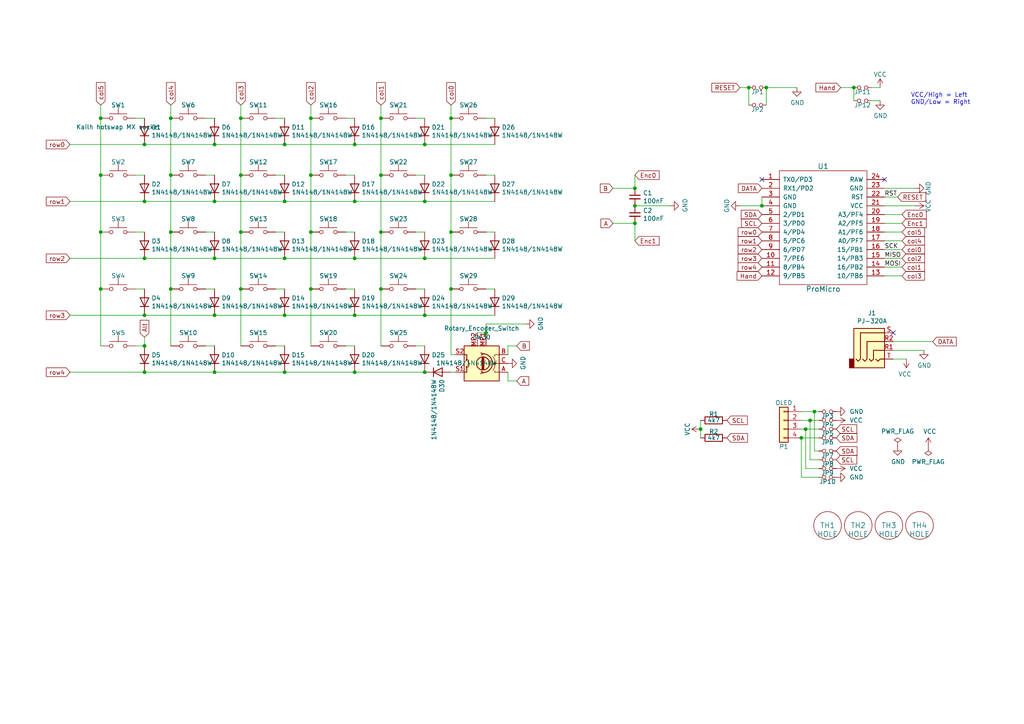
<source format=kicad_sch>
(kicad_sch (version 20231120) (generator "eeschema") (generator_version "8.0")
  (paper "A4")
  (lib_symbols
    (symbol "Connector:AudioJack4"
      (property "Reference" "J" (at 0 8.89 0))
      (property "Value" "AudioJack4" (at 0 6.35 0))
      (symbol "AudioJack4_0_1"
        (rectangle (start -6.35 -5.08) (end -7.62 -7.62) (stroke (width 0.254)) (fill (type outline)))
        (polyline (pts (xy 0 -5.08) (xy 0.635 -5.715) (xy 1.27 -5.08) (xy 2.54 -5.08)) (stroke (width 0.254)))
        (polyline (pts (xy -5.715 -5.08) (xy -5.08 -5.715) (xy -4.445 -5.08) (xy -4.445 2.54) (xy 2.54 2.54)) (stroke (width 0.254)))
        (polyline (pts (xy -1.905 -5.08) (xy -1.27 -5.715) (xy -0.635 -5.08) (xy -0.635 -2.54) (xy 2.54 -2.54)) (stroke (width 0.254)))
        (polyline (pts (xy 2.54 0) (xy -2.54 0) (xy -2.54 -5.08) (xy -3.175 -5.715) (xy -3.81 -5.08)) (stroke (width 0.254)))
        (rectangle (start 2.54 3.81) (end -6.35 -7.62) (stroke (width 0.254)) (fill (type background)))
      )
      (symbol "AudioJack4_1_1"
        (pin passive line (at 5.08 -2.54 180) (length 2.54) (name "~") (number "R1"))
        (pin passive line (at 5.08 0 180) (length 2.54) (name "~") (number "R2"))
        (pin passive line (at 5.08 2.54 180) (length 2.54) (name "~") (number "S"))
        (pin passive line (at 5.08 -5.08 180) (length 2.54) (name "~") (number "T"))
      )
    )
    (symbol "Connector_Generic:Conn_01x04" (pin_names (offset 1.016) hide)
      (property "Reference" "J" (at 0 5.08 0))
      (property "Value" "Conn_01x04" (at 0 -7.62 0))
      (symbol "Conn_01x04_1_1"
        (rectangle (start -1.27 -4.953) (end 0 -5.207) (stroke (width 0.1524)))
        (rectangle (start -1.27 -2.413) (end 0 -2.667) (stroke (width 0.1524)))
        (rectangle (start -1.27 0.127) (end 0 -0.127) (stroke (width 0.1524)))
        (rectangle (start -1.27 2.667) (end 0 2.413) (stroke (width 0.1524)))
        (rectangle (start -1.27 3.81) (end 1.27 -6.35) (stroke (width 0.254)) (fill (type background)))
        (pin passive line (at -5.08 2.54 0) (length 3.81) (name "Pin_1") (number "1"))
        (pin passive line (at -5.08 0 0) (length 3.81) (name "Pin_2") (number "2"))
        (pin passive line (at -5.08 -2.54 0) (length 3.81) (name "Pin_3") (number "3"))
        (pin passive line (at -5.08 -5.08 0) (length 3.81) (name "Pin_4") (number "4"))
      )
    )
    (symbol "Device:C_Small" (pin_numbers hide) (pin_names (offset 0.254) hide)
      (property "Reference" "C" (at 0.254 1.778 0))
      (property "Value" "C_Small" (at 0.254 -2.032 0))
      (symbol "C_Small_0_1"
        (polyline (pts (xy -1.524 -0.508) (xy 1.524 -0.508)) (stroke (width 0.3302)))
        (polyline (pts (xy -1.524 0.508) (xy 1.524 0.508)) (stroke (width 0.3048)))
      )
      (symbol "C_Small_1_1"
        (pin passive line (at 0 2.54 270) (length 2.032) (name "~") (number "1"))
        (pin passive line (at 0 -2.54 90) (length 2.032) (name "~") (number "2"))
      )
    )
    (symbol "Device:D" (pin_numbers hide) (pin_names (offset 1.016) hide)
      (property "Reference" "D" (at 0 2.54 0))
      (property "Value" "D" (at 0 -2.54 0))
      (symbol "D_0_1"
        (polyline (pts (xy -1.27 1.27) (xy -1.27 -1.27)) (stroke (width 0.254)))
        (polyline (pts (xy 1.27 0) (xy -1.27 0)))
        (polyline (pts (xy 1.27 1.27) (xy 1.27 -1.27) (xy -1.27 0) (xy 1.27 1.27)) (stroke (width 0.254)))
      )
      (symbol "D_1_1"
        (pin passive line (at -3.81 0 0) (length 2.54) (name "K") (number "1"))
        (pin passive line (at 3.81 0 180) (length 2.54) (name "A") (number "2"))
      )
    )
    (symbol "Device:Jumper_NO_Small" (pin_numbers hide) (pin_names (offset 0.762) hide)
      (property "Reference" "JP" (at 0 2.032 0))
      (property "Value" "Jumper_NO_Small" (at 0.254 -1.524 0))
      (symbol "Jumper_NO_Small_0_1"
        (circle (center -1.016 0) (radius 0.508))
        (circle (center 1.016 0) (radius 0.508))
        (pin passive line (at -2.54 0 0) (length 1.016) (name "1") (number "1"))
        (pin passive line (at 2.54 0 180) (length 1.016) (name "2") (number "2"))
      )
    )
    (symbol "Device:R" (pin_numbers hide) (pin_names (offset 0))
      (property "Reference" "R" (at 2.032 0 90))
      (property "Value" "R" (at 0 0 90))
      (symbol "R_0_1"
        (rectangle (start -1.016 -2.54) (end 1.016 2.54) (stroke (width 0.254)))
      )
      (symbol "R_1_1"
        (pin passive line (at 0 3.81 270) (length 1.27) (name "~") (number "1"))
        (pin passive line (at 0 -3.81 90) (length 1.27) (name "~") (number "2"))
      )
    )
    (symbol "Keyboard_Library:Rotary_Encoder_Switch_GND" (pin_names (offset 0.254) hide)
      (property "Reference" "SW" (at 0 6.604 0))
      (property "Value" "Rotary_Encoder_Switch_GND" (at 0 8.89 0))
      (symbol "Rotary_Encoder_Switch_GND_0_1"
        (rectangle (start -5.08 5.08) (end 5.08 -5.08) (stroke (width 0.254)) (fill (type background)))
        (circle (center -3.81 0) (radius 0.254) (fill (type outline)))
        (circle (center -0.381 0) (radius 1.905) (stroke (width 0.254)))
        (arc (start -0.381 2.667) (mid -3.0988 -0.0635) (end -0.381 -2.794) (stroke (width 0.254)))
        (polyline (pts (xy -0.635 -1.778) (xy -0.635 1.778)) (stroke (width 0.254)))
        (polyline (pts (xy -0.381 -1.778) (xy -0.381 1.778)) (stroke (width 0.254)))
        (polyline (pts (xy -0.127 1.778) (xy -0.127 -1.778)) (stroke (width 0.254)))
        (polyline (pts (xy 3.81 0) (xy 3.429 0)) (stroke (width 0.254)))
        (polyline (pts (xy 3.81 1.016) (xy 3.81 -1.016)) (stroke (width 0.254)))
        (polyline (pts (xy -5.08 -2.54) (xy -3.81 -2.54) (xy -3.81 -2.032)))
        (polyline (pts (xy -5.08 2.54) (xy -3.81 2.54) (xy -3.81 2.032)))
        (polyline (pts (xy 0.254 -3.048) (xy -0.508 -2.794) (xy 0.127 -2.413)) (stroke (width 0.254)))
        (polyline (pts (xy 0.254 2.921) (xy -0.508 2.667) (xy 0.127 2.286)) (stroke (width 0.254)))
        (polyline (pts (xy 5.08 -2.54) (xy 4.318 -2.54) (xy 4.318 -1.016)) (stroke (width 0.254)))
        (polyline (pts (xy 5.08 2.54) (xy 4.318 2.54) (xy 4.318 1.016)) (stroke (width 0.254)))
        (polyline (pts (xy -5.08 0) (xy -3.81 0) (xy -3.81 -1.016) (xy -3.302 -2.032)))
        (polyline (pts (xy -4.318 0) (xy -3.81 0) (xy -3.81 1.016) (xy -3.302 2.032)))
        (circle (center 4.318 -1.016) (radius 0.127) (stroke (width 0.254)))
        (circle (center 4.318 1.016) (radius 0.127) (stroke (width 0.254)))
      )
      (symbol "Rotary_Encoder_Switch_GND_1_1"
        (pin passive line (at -7.62 2.54 0) (length 2.54) (name "A") (number "A"))
        (pin passive line (at -7.62 -2.54 0) (length 2.54) (name "B") (number "B"))
        (pin passive line (at -7.62 0 0) (length 2.54) (name "C") (number "C"))
        (pin power_in line (at -1.27 -8.89 90) (length 3.7084) (name "GND") (number "MP1"))
        (pin power_in line (at 1.27 -8.89 90) (length 3.7592) (name "GND") (number "MP2"))
        (pin passive line (at 7.62 2.54 180) (length 2.54) (name "S1") (number "S1"))
        (pin passive line (at 7.62 -2.54 180) (length 2.54) (name "S2") (number "S2"))
      )
    )
    (symbol "Switch:SW_Push" (pin_numbers hide) (pin_names (offset 1.016) hide)
      (property "Reference" "SW" (at 1.27 2.54 0))
      (property "Value" "SW_Push" (at 0 -1.524 0))
      (symbol "SW_Push_0_1"
        (circle (center -2.032 0) (radius 0.508))
        (polyline (pts (xy 0 1.27) (xy 0 3.048)))
        (polyline (pts (xy 2.54 1.27) (xy -2.54 1.27)))
        (circle (center 2.032 0) (radius 0.508))
        (pin passive line (at -5.08 0 0) (length 2.54) (name "1") (number "1"))
        (pin passive line (at 5.08 0 180) (length 2.54) (name "2") (number "2"))
      )
    )
    (symbol "keebio:Hole" (pin_names (offset 1.016))
      (property "Reference" "H" (at 0 -1.27 0))
      (property "Value" "Hole" (at 0 1.27 0))
      (symbol "Hole_0_1"
        (circle (center 0 0) (radius 4.0132))
      )
    )
    (symbol "keebio:ProMicro" (pin_names (offset 1.016))
      (property "Reference" "U" (at 0 0 0))
      (property "Value" "ProMicro" (at 0 -19.05 0))
      (symbol "ProMicro_0_1"
        (rectangle (start -12.7 -16.51) (end 12.7 16.51))
      )
      (symbol "ProMicro_1_1"
        (pin input line (at -17.78 13.97 0) (length 5.08) (name "TX0/PD3") (number "1"))
        (pin input line (at -17.78 -8.89 0) (length 5.08) (name "7/PE6") (number "10"))
        (pin input line (at -17.78 -11.43 0) (length 5.08) (name "8/PB4") (number "11"))
        (pin input line (at -17.78 -13.97 0) (length 5.08) (name "9/PB5") (number "12"))
        (pin input line (at 17.78 -13.97 180) (length 5.08) (name "10/PB6") (number "13"))
        (pin input line (at 17.78 -11.43 180) (length 5.08) (name "16/PB2") (number "14"))
        (pin input line (at 17.78 -8.89 180) (length 5.08) (name "14/PB3") (number "15"))
        (pin input line (at 17.78 -6.35 180) (length 5.08) (name "15/PB1") (number "16"))
        (pin input line (at 17.78 -3.81 180) (length 5.08) (name "A0/PF7") (number "17"))
        (pin input line (at 17.78 -1.27 180) (length 5.08) (name "A1/PF6") (number "18"))
        (pin input line (at 17.78 1.27 180) (length 5.08) (name "A2/PF5") (number "19"))
        (pin input line (at -17.78 11.43 0) (length 5.08) (name "RX1/PD2") (number "2"))
        (pin input line (at 17.78 3.81 180) (length 5.08) (name "A3/PF4") (number "20"))
        (pin input line (at 17.78 6.35 180) (length 5.08) (name "VCC") (number "21"))
        (pin input line (at 17.78 8.89 180) (length 5.08) (name "RST") (number "22"))
        (pin input line (at 17.78 11.43 180) (length 5.08) (name "GND") (number "23"))
        (pin input line (at 17.78 13.97 180) (length 5.08) (name "RAW") (number "24"))
        (pin input line (at -17.78 8.89 0) (length 5.08) (name "GND") (number "3"))
        (pin input line (at -17.78 6.35 0) (length 5.08) (name "GND") (number "4"))
        (pin input line (at -17.78 3.81 0) (length 5.08) (name "2/PD1") (number "5"))
        (pin input line (at -17.78 1.27 0) (length 5.08) (name "3/PD0") (number "6"))
        (pin input line (at -17.78 -1.27 0) (length 5.08) (name "4/PD4") (number "7"))
        (pin input line (at -17.78 -3.81 0) (length 5.08) (name "5/PC6") (number "8"))
        (pin input line (at -17.78 -6.35 0) (length 5.08) (name "6/PD7") (number "9"))
      )
    )
    (symbol "power:GND" (power) (pin_names (offset 0))
      (property "Value" "GND" (at 0 -3.81 0))
      (symbol "GND_0_1"
        (polyline (pts (xy 0 0) (xy 0 -1.27) (xy 1.27 -1.27) (xy 0 -2.54) (xy -1.27 -1.27) (xy 0 -1.27)))
      )
      (symbol "GND_1_1"
        (pin power_in line (at 0 0 270) (length 0) hide (name "GND") (number "1"))
      )
    )
    (symbol "power:PWR_FLAG" (power) (pin_numbers hide) (pin_names (offset 0) hide)
      (property "Value" "PWR_FLAG" (at 0 3.81 0))
      (symbol "PWR_FLAG_0_0"
        (pin power_out line (at 0 0 90) (length 0) (name "pwr") (number "1"))
      )
      (symbol "PWR_FLAG_0_1"
        (polyline (pts (xy 0 0) (xy 0 1.27) (xy -1.016 1.905) (xy 0 2.54) (xy 1.016 1.905) (xy 0 1.27)))
      )
    )
    (symbol "power:VCC" (power) (pin_names (offset 0))
      (property "Value" "VCC" (at 0 3.81 0))
      (symbol "VCC_0_1"
        (polyline (pts (xy -0.762 1.27) (xy 0 2.54)))
        (polyline (pts (xy 0 0) (xy 0 2.54)))
        (polyline (pts (xy 0 2.54) (xy 0.762 1.27)))
      )
      (symbol "VCC_1_1"
        (pin power_in line (at 0 0 90) (length 0) hide (name "VCC") (number "1"))
      )
    )
  )
  (junction (at 236.22 119.38))
  (junction (at 29.21 34.29))
  (junction (at 62.23 41.91))
  (junction (at 41.91 74.93))
  (junction (at 90.17 34.29))
  (junction (at 123.19 58.42))
  (junction (at 110.49 50.8))
  (junction (at 102.87 74.93))
  (junction (at 49.53 34.29))
  (junction (at 62.23 91.44))
  (junction (at 123.19 74.93))
  (junction (at 41.91 107.95))
  (junction (at 184.15 54.61))
  (junction (at 123.19 91.44))
  (junction (at 90.17 83.82))
  (junction (at 102.87 41.91))
  (junction (at 184.15 64.77))
  (junction (at 49.53 50.8))
  (junction (at 82.55 74.93))
  (junction (at 41.91 58.42))
  (junction (at 110.49 83.82))
  (junction (at 29.21 67.31))
  (junction (at 234.95 121.92))
  (junction (at 220.98 59.69))
  (junction (at 62.23 74.93))
  (junction (at 90.17 67.31))
  (junction (at 29.21 83.82))
  (junction (at 49.53 67.31))
  (junction (at 217.17 25.4))
  (junction (at 110.49 34.29))
  (junction (at 130.81 50.8))
  (junction (at 123.19 107.95))
  (junction (at 130.81 83.82))
  (junction (at 102.87 58.42))
  (junction (at 41.91 41.91))
  (junction (at 90.17 50.8))
  (junction (at 102.87 107.95))
  (junction (at 184.15 59.69))
  (junction (at 62.23 58.42))
  (junction (at 49.53 83.82))
  (junction (at 41.91 100.33))
  (junction (at 130.81 67.31))
  (junction (at 69.85 83.82))
  (junction (at 62.23 107.95))
  (junction (at 222.25 25.4))
  (junction (at 82.55 91.44))
  (junction (at 130.81 34.29))
  (junction (at 140.97 96.52))
  (junction (at 82.55 58.42))
  (junction (at 41.91 91.44))
  (junction (at 233.68 124.46))
  (junction (at 69.85 67.31))
  (junction (at 123.19 41.91))
  (junction (at 102.87 91.44))
  (junction (at 232.41 127))
  (junction (at 247.65 25.4))
  (junction (at 82.55 107.95))
  (junction (at 110.49 67.31))
  (junction (at 82.55 41.91))
  (junction (at 69.85 50.8))
  (junction (at 29.21 50.8))
  (junction (at 203.2 124.46))
  (junction (at 69.85 34.29))
  (no_connect (at 259.08 96.52))
  (no_connect (at 256.54 52.07))
  (no_connect (at 220.98 52.07))
  (wire (pts (xy 214.63 25.4) (xy 217.17 25.4)))
  (wire (pts (xy 132.08 107.95) (xy 130.81 107.95)))
  (wire (pts (xy 140.97 67.31) (xy 143.51 67.31)))
  (wire (pts (xy 41.91 41.91) (xy 62.23 41.91)))
  (wire (pts (xy 130.81 102.87) (xy 132.08 102.87)))
  (wire (pts (xy 147.32 110.49) (xy 147.32 107.95)))
  (wire (pts (xy 41.91 97.79) (xy 41.91 100.33)))
  (wire (pts (xy 256.54 67.31) (xy 261.62 67.31)))
  (wire (pts (xy 102.87 58.42) (xy 123.19 58.42)))
  (wire (pts (xy 29.21 30.48) (xy 29.21 34.29)))
  (wire (pts (xy 62.23 100.33) (xy 59.69 100.33)))
  (wire (pts (xy 49.53 67.31) (xy 49.53 83.82)))
  (wire (pts (xy 232.41 127) (xy 232.41 138.43)))
  (wire (pts (xy 82.55 58.42) (xy 102.87 58.42)))
  (wire (pts (xy 220.98 57.15) (xy 220.98 59.69)))
  (wire (pts (xy 237.49 135.89) (xy 233.68 135.89)))
  (wire (pts (xy 234.95 133.35) (xy 237.49 133.35)))
  (wire (pts (xy 231.14 25.4) (xy 222.25 25.4)))
  (wire (pts (xy 82.55 83.82) (xy 80.01 83.82)))
  (wire (pts (xy 232.41 119.38) (xy 236.22 119.38)))
  (wire (pts (xy 29.21 50.8) (xy 29.21 67.31)))
  (wire (pts (xy 123.19 83.82) (xy 120.65 83.82)))
  (wire (pts (xy 140.97 93.98) (xy 140.97 96.52)))
  (wire (pts (xy 29.21 34.29) (xy 29.21 50.8)))
  (wire (pts (xy 256.54 74.93) (xy 261.62 74.93)))
  (wire (pts (xy 20.32 107.95) (xy 41.91 107.95)))
  (wire (pts (xy 82.55 41.91) (xy 102.87 41.91)))
  (wire (pts (xy 130.81 30.48) (xy 130.81 34.29)))
  (wire (pts (xy 236.22 119.38) (xy 236.22 130.81)))
  (wire (pts (xy 123.19 50.8) (xy 120.65 50.8)))
  (wire (pts (xy 62.23 58.42) (xy 82.55 58.42)))
  (wire (pts (xy 177.8 54.61) (xy 184.15 54.61)))
  (wire (pts (xy 102.87 67.31) (xy 100.33 67.31)))
  (wire (pts (xy 69.85 30.48) (xy 69.85 34.29)))
  (wire (pts (xy 252.73 25.4) (xy 255.27 25.4)))
  (wire (pts (xy 123.19 58.42) (xy 143.51 58.42)))
  (wire (pts (xy 237.49 121.92) (xy 234.95 121.92)))
  (wire (pts (xy 256.54 77.47) (xy 261.62 77.47)))
  (wire (pts (xy 256.54 64.77) (xy 261.62 64.77)))
  (wire (pts (xy 49.53 83.82) (xy 49.53 100.33)))
  (wire (pts (xy 29.21 67.31) (xy 29.21 83.82)))
  (wire (pts (xy 222.25 25.4) (xy 222.25 30.48)))
  (wire (pts (xy 59.69 34.29) (xy 62.23 34.29)))
  (wire (pts (xy 41.91 83.82) (xy 39.37 83.82)))
  (wire (pts (xy 203.2 121.92) (xy 203.2 124.46)))
  (wire (pts (xy 90.17 83.82) (xy 90.17 100.33)))
  (wire (pts (xy 69.85 50.8) (xy 69.85 67.31)))
  (wire (pts (xy 147.32 100.33) (xy 147.32 102.87)))
  (wire (pts (xy 259.08 101.6) (xy 267.97 101.6)))
  (wire (pts (xy 69.85 67.31) (xy 69.85 83.82)))
  (wire (pts (xy 102.87 100.33) (xy 100.33 100.33)))
  (wire (pts (xy 41.91 34.29) (xy 39.37 34.29)))
  (wire (pts (xy 20.32 58.42) (xy 41.91 58.42)))
  (wire (pts (xy 123.19 67.31) (xy 120.65 67.31)))
  (wire (pts (xy 256.54 72.39) (xy 261.62 72.39)))
  (wire (pts (xy 140.97 83.82) (xy 143.51 83.82)))
  (wire (pts (xy 41.91 74.93) (xy 62.23 74.93)))
  (wire (pts (xy 255.27 29.21) (xy 252.73 29.21)))
  (wire (pts (xy 110.49 30.48) (xy 110.49 34.29)))
  (wire (pts (xy 80.01 50.8) (xy 82.55 50.8)))
  (wire (pts (xy 41.91 107.95) (xy 62.23 107.95)))
  (wire (pts (xy 232.41 124.46) (xy 233.68 124.46)))
  (wire (pts (xy 49.53 30.48) (xy 49.53 34.29)))
  (wire (pts (xy 130.81 67.31) (xy 130.81 83.82)))
  (wire (pts (xy 232.41 127) (xy 237.49 127)))
  (wire (pts (xy 41.91 50.8) (xy 39.37 50.8)))
  (wire (pts (xy 90.17 34.29) (xy 90.17 50.8)))
  (wire (pts (xy 234.95 121.92) (xy 234.95 133.35)))
  (wire (pts (xy 82.55 91.44) (xy 102.87 91.44)))
  (wire (pts (xy 256.54 57.15) (xy 260.35 57.15)))
  (wire (pts (xy 184.15 69.85) (xy 184.15 64.77)))
  (wire (pts (xy 100.33 83.82) (xy 102.87 83.82)))
  (wire (pts (xy 62.23 83.82) (xy 59.69 83.82)))
  (wire (pts (xy 152.4 93.98) (xy 140.97 93.98)))
  (wire (pts (xy 243.84 25.4) (xy 247.65 25.4)))
  (wire (pts (xy 110.49 34.29) (xy 110.49 50.8)))
  (wire (pts (xy 123.19 100.33) (xy 120.65 100.33)))
  (wire (pts (xy 90.17 50.8) (xy 90.17 67.31)))
  (wire (pts (xy 102.87 50.8) (xy 100.33 50.8)))
  (wire (pts (xy 62.23 50.8) (xy 59.69 50.8)))
  (wire (pts (xy 49.53 34.29) (xy 49.53 50.8)))
  (wire (pts (xy 256.54 80.01) (xy 261.62 80.01)))
  (wire (pts (xy 110.49 83.82) (xy 110.49 100.33)))
  (wire (pts (xy 41.91 58.42) (xy 62.23 58.42)))
  (wire (pts (xy 39.37 100.33) (xy 41.91 100.33)))
  (wire (pts (xy 62.23 74.93) (xy 82.55 74.93)))
  (wire (pts (xy 82.55 74.93) (xy 102.87 74.93)))
  (wire (pts (xy 82.55 100.33) (xy 80.01 100.33)))
  (wire (pts (xy 62.23 41.91) (xy 82.55 41.91)))
  (wire (pts (xy 102.87 74.93) (xy 123.19 74.93)))
  (wire (pts (xy 69.85 83.82) (xy 69.85 100.33)))
  (wire (pts (xy 177.8 64.77) (xy 184.15 64.77)))
  (wire (pts (xy 149.86 110.49) (xy 147.32 110.49)))
  (wire (pts (xy 130.81 83.82) (xy 130.81 102.87)))
  (wire (pts (xy 256.54 59.69) (xy 265.43 59.69)))
  (wire (pts (xy 123.19 41.91) (xy 143.51 41.91)))
  (wire (pts (xy 80.01 67.31) (xy 82.55 67.31)))
  (wire (pts (xy 123.19 74.93) (xy 143.51 74.93)))
  (wire (pts (xy 217.17 25.4) (xy 217.17 30.48)))
  (wire (pts (xy 203.2 124.46) (xy 203.2 127)))
  (wire (pts (xy 82.55 107.95) (xy 102.87 107.95)))
  (wire (pts (xy 102.87 107.95) (xy 123.19 107.95)))
  (wire (pts (xy 184.15 59.69) (xy 194.31 59.69)))
  (wire (pts (xy 102.87 91.44) (xy 123.19 91.44)))
  (wire (pts (xy 102.87 41.91) (xy 123.19 41.91)))
  (wire (pts (xy 29.21 83.82) (xy 29.21 100.33)))
  (wire (pts (xy 110.49 67.31) (xy 110.49 83.82)))
  (wire (pts (xy 247.65 29.21) (xy 247.65 25.4)))
  (wire (pts (xy 59.69 67.31) (xy 62.23 67.31)))
  (wire (pts (xy 69.85 34.29) (xy 69.85 50.8)))
  (wire (pts (xy 130.81 34.29) (xy 130.81 50.8)))
  (wire (pts (xy 233.68 124.46) (xy 237.49 124.46)))
  (wire (pts (xy 143.51 50.8) (xy 140.97 50.8)))
  (wire (pts (xy 232.41 121.92) (xy 234.95 121.92)))
  (wire (pts (xy 149.86 100.33) (xy 147.32 100.33)))
  (wire (pts (xy 62.23 107.95) (xy 82.55 107.95)))
  (wire (pts (xy 20.32 91.44) (xy 41.91 91.44)))
  (wire (pts (xy 20.32 74.93) (xy 41.91 74.93)))
  (wire (pts (xy 237.49 119.38) (xy 236.22 119.38)))
  (wire (pts (xy 256.54 62.23) (xy 261.62 62.23)))
  (wire (pts (xy 80.01 34.29) (xy 82.55 34.29)))
  (wire (pts (xy 130.81 50.8) (xy 130.81 67.31)))
  (wire (pts (xy 49.53 50.8) (xy 49.53 67.31)))
  (wire (pts (xy 100.33 34.29) (xy 102.87 34.29)))
  (wire (pts (xy 90.17 30.48) (xy 90.17 34.29)))
  (wire (pts (xy 256.54 54.61) (xy 265.43 54.61)))
  (wire (pts (xy 110.49 50.8) (xy 110.49 67.31)))
  (wire (pts (xy 232.41 138.43) (xy 237.49 138.43)))
  (wire (pts (xy 140.97 34.29) (xy 143.51 34.29)))
  (wire (pts (xy 123.19 91.44) (xy 143.51 91.44)))
  (wire (pts (xy 138.43 96.52) (xy 140.97 96.52)))
  (wire (pts (xy 20.32 41.91) (xy 41.91 41.91)))
  (wire (pts (xy 220.98 59.69) (xy 214.63 59.69)))
  (wire (pts (xy 41.91 91.44) (xy 62.23 91.44)))
  (wire (pts (xy 259.08 104.14) (xy 262.89 104.14)))
  (wire (pts (xy 123.19 34.29) (xy 120.65 34.29)))
  (wire (pts (xy 259.08 99.06) (xy 270.51 99.06)))
  (wire (pts (xy 39.37 67.31) (xy 41.91 67.31)))
  (wire (pts (xy 90.17 67.31) (xy 90.17 83.82)))
  (wire (pts (xy 62.23 91.44) (xy 82.55 91.44)))
  (wire (pts (xy 256.54 69.85) (xy 261.62 69.85)))
  (wire (pts (xy 233.68 135.89) (xy 233.68 124.46)))
  (wire (pts (xy 184.15 54.61) (xy 184.15 50.8)))
  (wire (pts (xy 237.49 130.81) (xy 236.22 130.81)))
  (text "VCC/High = Left\nGND/Low = Right" (at 264.16 30.48 0) (effects (font (size 1.27 1.27)) (justify left bottom)))
  (label "SCK" (at 256.54 72.39 0))
  (label "RST" (at 256.54 57.15 0))
  (label "MISO" (at 256.54 74.93 0))
  (label "MOSI" (at 256.54 77.47 0))
  (global_label "DATA" (shape input) (at 270.51 99.06 0) (property "Intersheetrefs" "${INTERSHEET_REFS}" (effects (hide yes))))
  (global_label "row4" (shape input) (at 20.32 107.95 180) (property "Intersheetrefs" "${INTERSHEET_REFS}" (effects (hide yes))))
  (global_label "Enc1" (shape input) (at 261.62 64.77 0) (property "Intersheetrefs" "${INTERSHEET_REFS}" (effects (hide yes))))
  (global_label "RESET" (shape input) (at 214.63 25.4 180) (property "Intersheetrefs" "${INTERSHEET_REFS}" (effects (hide yes))))
  (global_label "col5" (shape input) (at 29.21 30.48 90) (property "Intersheetrefs" "${INTERSHEET_REFS}" (effects (hide yes))))
  (global_label "Enc0" (shape input) (at 261.62 62.23 0) (property "Intersheetrefs" "${INTERSHEET_REFS}" (effects (hide yes))))
  (global_label "RESET" (shape input) (at 260.35 57.15 0) (property "Intersheetrefs" "${INTERSHEET_REFS}" (effects (hide yes))))
  (global_label "row4" (shape input) (at 220.98 77.47 180) (property "Intersheetrefs" "${INTERSHEET_REFS}" (effects (hide yes))))
  (global_label "SDA" (shape input) (at 220.98 62.23 180) (property "Intersheetrefs" "${INTERSHEET_REFS}" (effects (hide yes))))
  (global_label "col5" (shape input) (at 261.62 67.31 0) (property "Intersheetrefs" "${INTERSHEET_REFS}" (effects (hide yes))))
  (global_label "row3" (shape input) (at 20.32 91.44 180) (property "Intersheetrefs" "${INTERSHEET_REFS}" (effects (hide yes))))
  (global_label "row3" (shape input) (at 220.98 74.93 180) (property "Intersheetrefs" "${INTERSHEET_REFS}" (effects (hide yes))))
  (global_label "col1" (shape input) (at 261.62 77.47 0) (property "Intersheetrefs" "${INTERSHEET_REFS}" (effects (hide yes))))
  (global_label "Alt" (shape input) (at 41.91 97.79 90) (property "Intersheetrefs" "${INTERSHEET_REFS}" (effects (hide yes))))
  (global_label "row0" (shape input) (at 20.32 41.91 180) (property "Intersheetrefs" "${INTERSHEET_REFS}" (effects (hide yes))))
  (global_label "A" (shape input) (at 149.86 110.49 0) (property "Intersheetrefs" "${INTERSHEET_REFS}" (effects (hide yes))))
  (global_label "B" (shape input) (at 177.8 54.61 180) (property "Intersheetrefs" "${INTERSHEET_REFS}" (effects (hide yes))))
  (global_label "col2" (shape input) (at 261.62 74.93 0) (property "Intersheetrefs" "${INTERSHEET_REFS}" (effects (hide yes))))
  (global_label "A" (shape input) (at 177.8 64.77 180) (property "Intersheetrefs" "${INTERSHEET_REFS}" (effects (hide yes))))
  (global_label "Enc1" (shape input) (at 184.15 69.85 0) (property "Intersheetrefs" "${INTERSHEET_REFS}" (effects (hide yes))))
  (global_label "SCL" (shape input) (at 210.82 121.92 0) (property "Intersheetrefs" "${INTERSHEET_REFS}" (effects (hide yes))))
  (global_label "col0" (shape input) (at 261.62 72.39 0) (property "Intersheetrefs" "${INTERSHEET_REFS}" (effects (hide yes))))
  (global_label "B" (shape input) (at 149.86 100.33 0) (property "Intersheetrefs" "${INTERSHEET_REFS}" (effects (hide yes))))
  (global_label "Enc0" (shape input) (at 184.15 50.8 0) (property "Intersheetrefs" "${INTERSHEET_REFS}" (effects (hide yes))))
  (global_label "SCL" (shape input) (at 220.98 64.77 180) (property "Intersheetrefs" "${INTERSHEET_REFS}" (effects (hide yes))))
  (global_label "DATA" (shape input) (at 220.98 54.61 180) (property "Intersheetrefs" "${INTERSHEET_REFS}" (effects (hide yes))))
  (global_label "SCL" (shape input) (at 242.57 133.35 0) (property "Intersheetrefs" "${INTERSHEET_REFS}" (effects (hide yes))))
  (global_label "row1" (shape input) (at 20.32 58.42 180) (property "Intersheetrefs" "${INTERSHEET_REFS}" (effects (hide yes))))
  (global_label "col3" (shape input) (at 261.62 80.01 0) (property "Intersheetrefs" "${INTERSHEET_REFS}" (effects (hide yes))))
  (global_label "Hand" (shape input) (at 220.98 80.01 180) (property "Intersheetrefs" "${INTERSHEET_REFS}" (effects (hide yes))))
  (global_label "col4" (shape input) (at 261.62 69.85 0) (property "Intersheetrefs" "${INTERSHEET_REFS}" (effects (hide yes))))
  (global_label "row2" (shape input) (at 20.32 74.93 180) (property "Intersheetrefs" "${INTERSHEET_REFS}" (effects (hide yes))))
  (global_label "row1" (shape input) (at 220.98 69.85 180) (property "Intersheetrefs" "${INTERSHEET_REFS}" (effects (hide yes))))
  (global_label "Hand" (shape input) (at 243.84 25.4 180) (property "Intersheetrefs" "${INTERSHEET_REFS}" (effects (hide yes))))
  (global_label "SDA" (shape input) (at 242.57 127 0) (property "Intersheetrefs" "${INTERSHEET_REFS}" (effects (hide yes))))
  (global_label "SCL" (shape input) (at 242.57 124.46 0) (property "Intersheetrefs" "${INTERSHEET_REFS}" (effects (hide yes))))
  (global_label "SDA" (shape input) (at 242.57 130.81 0) (property "Intersheetrefs" "${INTERSHEET_REFS}" (effects (hide yes))))
  (global_label "col1" (shape input) (at 110.49 30.48 90) (property "Intersheetrefs" "${INTERSHEET_REFS}" (effects (hide yes))))
  (global_label "col4" (shape input) (at 49.53 30.48 90) (property "Intersheetrefs" "${INTERSHEET_REFS}" (effects (hide yes))))
  (global_label "row0" (shape input) (at 220.98 67.31 180) (property "Intersheetrefs" "${INTERSHEET_REFS}" (effects (hide yes))))
  (global_label "col2" (shape input) (at 90.17 30.48 90) (property "Intersheetrefs" "${INTERSHEET_REFS}" (effects (hide yes))))
  (global_label "col3" (shape input) (at 69.85 30.48 90) (property "Intersheetrefs" "${INTERSHEET_REFS}" (effects (hide yes))))
  (global_label "row2" (shape input) (at 220.98 72.39 180) (property "Intersheetrefs" "${INTERSHEET_REFS}" (effects (hide yes))))
  (global_label "col0" (shape input) (at 130.81 30.48 90) (property "Intersheetrefs" "${INTERSHEET_REFS}" (effects (hide yes))))
  (global_label "SDA" (shape input) (at 210.82 127 0) (property "Intersheetrefs" "${INTERSHEET_REFS}" (effects (hide yes))))
  (symbol (lib_id "Device:C_Small") (at 184.15 57.15 0) (unit 1)
    (property "Reference" "C1" (at 186.4868 55.9816 0) (effects (justify left)))
    (property "Value" "100nF" (at 186.4868 58.293 0) (effects (justify left)))
    (property "Footprint" "lowProfile:RESISTOR" (effects (hide yes)))
  )
  (symbol (lib_id "Device:D") (at 41.91 71.12 90) (unit 1)
    (property "Reference" "D3" (at 43.9166 69.9516 90) (effects (justify right)))
    (property "Value" "1N4148/1N4148W" (at 43.9166 72.263 90) (effects (justify right)))
    (property "Footprint" "lowProfile:Diode_TH_SOD123" (effects (hide yes)))
  )
  (symbol (lib_id "Device:D") (at 62.23 104.14 90) (unit 1)
    (property "Reference" "D10" (at 64.2366 102.9716 90) (effects (justify right)))
    (property "Value" "1N4148/1N4148W" (at 64.2366 105.283 90) (effects (justify right)))
    (property "Footprint" "lowProfile:Diode_TH_SOD123" (effects (hide yes)))
  )
  (symbol (lib_id "Device:D") (at 82.55 104.14 90) (unit 1)
    (property "Reference" "D15" (at 84.5566 102.9716 90) (effects (justify right)))
    (property "Value" "1N4148/1N4148W" (at 84.5566 105.283 90) (effects (justify right)))
    (property "Footprint" "lowProfile:Diode_TH_SOD123" (effects (hide yes)))
  )
  (symbol (lib_id "Device:Jumper_NO_Small") (at 240.03 121.92 0) (unit 1)
    (property "Reference" "JP4" (at 240.03 123.19 0))
    (property "Value" "Jumper_NO_Small" (effects (hide yes)))
    (property "Footprint" "lowProfile:Jumper" (effects (hide yes)))
  )
  (symbol (lib_id "Switch:SW_Push") (at 95.25 100.33 0) (unit 1)
    (property "Reference" "SW20" (at 95.25 96.52 0))
    (property "Value" "Kailh hotswap MX socket" (effects (hide yes)))
    (property "Footprint" "lowProfile:Gateron_Low_Profile_Socket" (effects (hide yes)))
  )
  (symbol (lib_id "Device:D") (at 41.91 38.1 90) (unit 1)
    (property "Reference" "D1" (at 43.9166 36.9316 90) (effects (justify right)))
    (property "Value" "1N4148/1N4148W" (at 43.9166 39.243 90) (effects (justify right)))
    (property "Footprint" "lowProfile:Diode_TH_SOD123" (effects (hide yes)))
  )
  (symbol (lib_id "power:GND") (at 265.43 54.61 90) (unit 1)
    (property "Reference" "#PWR014" (effects (hide yes)))
    (property "Value" "GND" (at 269.24 54.61 0))
  )
  (symbol (lib_id "Device:D") (at 123.19 104.14 90) (unit 1)
    (property "Reference" "D25" (at 125.1966 102.9716 90) (effects (justify right)))
    (property "Value" "1N4148/1N4148W" (at 126.4666 105.283 90) (effects (justify right)))
    (property "Footprint" "lowProfile:Diode_TH_SOD123" (effects (hide yes)))
  )
  (symbol (lib_id "Switch:SW_Push") (at 115.57 100.33 0) (unit 1)
    (property "Reference" "SW25" (at 115.57 96.52 0))
    (property "Value" "Kailh hotswap MX socket" (effects (hide yes)))
    (property "Footprint" "lowProfile:Gateron_Low_Profile_Socket" (effects (hide yes)))
  )
  (symbol (lib_id "Switch:SW_Push") (at 74.93 83.82 0) (unit 1)
    (property "Reference" "SW14" (at 74.93 80.01 0))
    (property "Value" "Kailh hotswap MX socket" (effects (hide yes)))
    (property "Footprint" "lowProfile:Gateron_Low_Profile_Socket" (effects (hide yes)))
  )
  (symbol (lib_id "Device:D") (at 143.51 87.63 90) (unit 1)
    (property "Reference" "D29" (at 145.5166 86.4616 90) (effects (justify right)))
    (property "Value" "1N4148/1N4148W" (at 145.5166 88.773 90) (effects (justify right)))
    (property "Footprint" "lowProfile:Diode_TH_SOD123" (effects (hide yes)))
  )
  (symbol (lib_id "Switch:SW_Push") (at 135.89 83.82 0) (unit 1)
    (property "Reference" "SW29" (at 135.89 80.01 0))
    (property "Value" "Kailh hotswap MX socket" (effects (hide yes)))
    (property "Footprint" "lowProfile:Gateron_Low_Profile_Socket" (effects (hide yes)))
  )
  (symbol (lib_id "Device:D") (at 143.51 71.12 90) (unit 1)
    (property "Reference" "D28" (at 145.5166 69.9516 90) (effects (justify right)))
    (property "Value" "1N4148/1N4148W" (at 145.5166 72.263 90) (effects (justify right)))
    (property "Footprint" "lowProfile:Diode_TH_SOD123" (effects (hide yes)))
  )
  (symbol (lib_id "Device:D") (at 123.19 87.63 90) (unit 1)
    (property "Reference" "D24" (at 125.1966 86.4616 90) (effects (justify right)))
    (property "Value" "1N4148/1N4148W" (at 125.1966 88.773 90) (effects (justify right)))
    (property "Footprint" "lowProfile:Diode_TH_SOD123" (effects (hide yes)))
  )
  (symbol (lib_id "Device:D") (at 62.23 87.63 90) (unit 1)
    (property "Reference" "D9" (at 64.2366 86.4616 90) (effects (justify right)))
    (property "Value" "1N4148/1N4148W" (at 64.2366 88.773 90) (effects (justify right)))
    (property "Footprint" "lowProfile:Diode_TH_SOD123" (effects (hide yes)))
  )
  (symbol (lib_id "Switch:SW_Push") (at 54.61 34.29 0) (unit 1)
    (property "Reference" "SW6" (at 54.61 30.48 0))
    (property "Value" "Kailh hotswap MX socket" (effects (hide yes)))
    (property "Footprint" "lowProfile:Gateron_Low_Profile_Socket" (effects (hide yes)))
  )
  (symbol (lib_id "Device:Jumper_NO_Small") (at 240.03 133.35 0) (unit 1)
    (property "Reference" "JP8" (at 240.03 134.62 0))
    (property "Value" "Jumper_NO_Small" (effects (hide yes)))
    (property "Footprint" "lowProfile:Jumper" (effects (hide yes)))
  )
  (symbol (lib_id "Switch:SW_Push") (at 95.25 50.8 0) (unit 1)
    (property "Reference" "SW17" (at 95.25 46.99 0))
    (property "Value" "Kailh hotswap MX socket" (effects (hide yes)))
    (property "Footprint" "lowProfile:Gateron_Low_Profile_Socket" (effects (hide yes)))
  )
  (symbol (lib_id "power:VCC") (at 269.24 129.54 0) (unit 1)
    (property "Reference" "#PWR017" (effects (hide yes)))
    (property "Value" "VCC" (at 269.6718 125.1458 0))
  )
  (symbol (lib_id "Device:D") (at 102.87 54.61 90) (unit 1)
    (property "Reference" "D17" (at 104.8766 53.4416 90) (effects (justify right)))
    (property "Value" "1N4148/1N4148W" (at 104.8766 55.753 90) (effects (justify right)))
    (property "Footprint" "lowProfile:Diode_TH_SOD123" (effects (hide yes)))
  )
  (symbol (lib_id "Device:Jumper_NO_Small") (at 250.19 29.21 0) (unit 1)
    (property "Reference" "JP12" (at 250.19 30.48 0))
    (property "Value" "RIGHT" (effects (hide yes)))
    (property "Footprint" "lowProfile:Jumper" (effects (hide yes)))
  )
  (symbol (lib_id "power:VCC") (at 203.2 124.46 90) (unit 1)
    (property "Reference" "#PWR018" (effects (hide yes)))
    (property "Value" "VCC" (at 199.39 124.46 0))
  )
  (symbol (lib_id "Device:Jumper_NO_Small") (at 240.03 124.46 0) (unit 1)
    (property "Reference" "JP5" (at 240.03 125.73 0))
    (property "Value" "Jumper_NO_Small" (effects (hide yes)))
    (property "Footprint" "lowProfile:Jumper" (effects (hide yes)))
  )
  (symbol (lib_id "Keyboard_Library:Rotary_Encoder_Switch_GND") (at 139.7 105.41 180) (unit 1)
    (property "Reference" "SW30" (at 139.7 97.79 0))
    (property "Value" "Rotary_Encoder_Switch" (at 139.7 95.25 0))
    (property "Footprint" "lowProfile:RotaryEncoder_Alps_EC12E-Switch_Vertical_H20mm" (effects (hide yes)))
  )
  (symbol (lib_id "Device:D") (at 41.91 87.63 90) (unit 1)
    (property "Reference" "D4" (at 43.9166 86.4616 90) (effects (justify right)))
    (property "Value" "1N4148/1N4148W" (at 43.9166 88.773 90) (effects (justify right)))
    (property "Footprint" "lowProfile:Diode_TH_SOD123" (effects (hide yes)))
  )
  (symbol (lib_id "Device:Jumper_NO_Small") (at 240.03 130.81 0) (unit 1)
    (property "Reference" "JP7" (at 240.03 132.08 0))
    (property "Value" "Jumper_NO_Small" (effects (hide yes)))
    (property "Footprint" "lowProfile:Jumper" (effects (hide yes)))
  )
  (symbol (lib_id "power:VCC") (at 265.43 59.69 270) (unit 1)
    (property "Reference" "#PWR015" (effects (hide yes)))
    (property "Value" "VCC" (at 269.24 59.69 0))
  )
  (symbol (lib_id "Device:Jumper_NO_Small") (at 219.71 25.4 0) (unit 1)
    (property "Reference" "JP1" (at 219.71 26.67 0))
    (property "Value" "RESET" (effects (hide yes)))
    (property "Footprint" "lowProfile:Jumper" (effects (hide yes)))
  )
  (symbol (lib_id "Connector:AudioJack4") (at 254 99.06 0) (unit 1)
    (property "Reference" "J1" (at 252.9078 90.805 0))
    (property "Value" "PJ-320A" (at 252.9078 93.1164 0))
    (property "Footprint" "lowProfile:TRRS_JACK_MJ4PP9" (effects (hide yes)))
  )
  (symbol (lib_id "power:GND") (at 152.4 93.98 90) (unit 1)
    (property "Reference" "#PWR020" (effects (hide yes)))
    (property "Value" "GND" (at 156.7942 93.853 0))
  )
  (symbol (lib_id "Device:D") (at 123.19 54.61 90) (unit 1)
    (property "Reference" "D22" (at 125.1966 53.4416 90) (effects (justify right)))
    (property "Value" "1N4148/1N4148W" (at 125.1966 55.753 90) (effects (justify right)))
    (property "Footprint" "lowProfile:Diode_TH_SOD123" (effects (hide yes)))
  )
  (symbol (lib_id "Switch:SW_Push") (at 95.25 34.29 0) (unit 1)
    (property "Reference" "SW16" (at 95.25 30.48 0))
    (property "Value" "Kailh hotswap MX socket" (effects (hide yes)))
    (property "Footprint" "lowProfile:Gateron_Low_Profile_Socket" (effects (hide yes)))
  )
  (symbol (lib_id "Device:D") (at 41.91 54.61 90) (unit 1)
    (property "Reference" "D2" (at 43.9166 53.4416 90) (effects (justify right)))
    (property "Value" "1N4148/1N4148W" (at 43.9166 55.753 90) (effects (justify right)))
    (property "Footprint" "lowProfile:Diode_TH_SOD123" (effects (hide yes)))
  )
  (symbol (lib_id "Device:Jumper_NO_Small") (at 240.03 138.43 0) (unit 1)
    (property "Reference" "JP10" (at 240.03 139.7 0))
    (property "Value" "Jumper_NO_Small" (effects (hide yes)))
    (property "Footprint" "lowProfile:Jumper" (effects (hide yes)))
  )
  (symbol (lib_id "power:GND") (at 194.31 59.69 90) (unit 1)
    (property "Reference" "#PWR03" (effects (hide yes)))
    (property "Value" "GND" (at 198.7042 59.563 0))
  )
  (symbol (lib_id "Device:R") (at 207.01 127 90) (unit 1)
    (property "Reference" "R2" (at 207.01 124.46 90) (effects (justify bottom)))
    (property "Value" "4k7" (at 207.01 127 90))
    (property "Footprint" "Resistor_THT:R_Axial_DIN0207_L6.3mm_D2.5mm_P7.62mm_Horizontal" (effects (hide yes)))
  )
  (symbol (lib_id "Device:D") (at 82.55 87.63 90) (unit 1)
    (property "Reference" "D14" (at 84.5566 86.4616 90) (effects (justify right)))
    (property "Value" "1N4148/1N4148W" (at 84.5566 88.773 90) (effects (justify right)))
    (property "Footprint" "lowProfile:Diode_TH_SOD123" (effects (hide yes)))
  )
  (symbol (lib_id "Switch:SW_Push") (at 135.89 50.8 0) (unit 1)
    (property "Reference" "SW27" (at 135.89 46.99 0))
    (property "Value" "Kailh hotswap MX socket" (effects (hide yes)))
    (property "Footprint" "lowProfile:Gateron_Low_Profile_Socket" (effects (hide yes)))
  )
  (symbol (lib_id "Switch:SW_Push") (at 135.89 34.29 0) (unit 1)
    (property "Reference" "SW26" (at 135.89 30.48 0))
    (property "Value" "Kailh hotswap MX socket" (effects (hide yes)))
    (property "Footprint" "lowProfile:Gateron_Low_Profile_Socket" (effects (hide yes)))
  )
  (symbol (lib_id "Device:D") (at 82.55 71.12 90) (unit 1)
    (property "Reference" "D13" (at 84.5566 69.9516 90) (effects (justify right)))
    (property "Value" "1N4148/1N4148W" (at 84.5566 72.263 90) (effects (justify right)))
    (property "Footprint" "lowProfile:Diode_TH_SOD123" (effects (hide yes)))
  )
  (symbol (lib_id "power:GND") (at 260.35 129.54 0) (unit 1)
    (property "Reference" "#PWR012" (effects (hide yes)))
    (property "Value" "GND" (at 260.477 133.9342 0))
  )
  (symbol (lib_id "power:GND") (at 242.57 138.43 90) (unit 1)
    (property "Reference" "#PWR09" (effects (hide yes)))
    (property "Value" "GND" (at 246.38 138.43 90) (effects (justify right)))
  )
  (symbol (lib_id "Device:D") (at 123.19 71.12 90) (unit 1)
    (property "Reference" "D23" (at 125.1966 69.9516 90) (effects (justify right)))
    (property "Value" "1N4148/1N4148W" (at 125.1966 72.263 90) (effects (justify right)))
    (property "Footprint" "lowProfile:Diode_TH_SOD123" (effects (hide yes)))
  )
  (symbol (lib_id "Device:D") (at 62.23 71.12 90) (unit 1)
    (property "Reference" "D8" (at 64.2366 69.9516 90) (effects (justify right)))
    (property "Value" "1N4148/1N4148W" (at 64.2366 72.263 90) (effects (justify right)))
    (property "Footprint" "lowProfile:Diode_TH_SOD123" (effects (hide yes)))
  )
  (symbol (lib_id "Switch:SW_Push") (at 115.57 50.8 0) (unit 1)
    (property "Reference" "SW22" (at 115.57 46.99 0))
    (property "Value" "Kailh hotswap MX socket" (effects (hide yes)))
    (property "Footprint" "lowProfile:Gateron_Low_Profile_Socket" (effects (hide yes)))
  )
  (symbol (lib_id "power:GND") (at 242.57 119.38 90) (unit 1)
    (property "Reference" "#PWR06" (effects (hide yes)))
    (property "Value" "GND" (at 246.38 119.38 90) (effects (justify right)))
  )
  (symbol (lib_id "Switch:SW_Push") (at 34.29 83.82 0) (unit 1)
    (property "Reference" "SW4" (at 34.29 80.01 0))
    (property "Value" "Kailh hotswap MX socket" (effects (hide yes)))
    (property "Footprint" "lowProfile:Gateron_Low_Profile_Socket" (effects (hide yes)))
  )
  (symbol (lib_id "power:VCC") (at 255.27 25.4 0) (unit 1)
    (property "Reference" "#PWR010" (effects (hide yes)))
    (property "Value" "VCC" (at 255.27 21.59 0))
  )
  (symbol (lib_id "Device:Jumper_NO_Small") (at 250.19 25.4 0) (unit 1)
    (property "Reference" "JP11" (at 250.19 26.67 0))
    (property "Value" "LEFT" (effects (hide yes)))
    (property "Footprint" "lowProfile:Jumper" (effects (hide yes)))
  )
  (symbol (lib_id "Device:D") (at 102.87 104.14 90) (unit 1)
    (property "Reference" "D20" (at 104.8766 102.9716 90) (effects (justify right)))
    (property "Value" "1N4148/1N4148W" (at 104.8766 105.283 90) (effects (justify right)))
    (property "Footprint" "lowProfile:Diode_TH_SOD123" (effects (hide yes)))
  )
  (symbol (lib_id "Device:D") (at 102.87 38.1 90) (unit 1)
    (property "Reference" "D16" (at 104.8766 36.9316 90) (effects (justify right)))
    (property "Value" "1N4148/1N4148W" (at 104.8766 39.243 90) (effects (justify right)))
    (property "Footprint" "lowProfile:Diode_TH_SOD123" (effects (hide yes)))
  )
  (symbol (lib_id "power:GND") (at 214.63 59.69 270) (unit 1)
    (property "Reference" "#PWR04" (effects (hide yes)))
    (property "Value" "GND" (at 210.82 59.69 0))
  )
  (symbol (lib_id "Switch:SW_Push") (at 74.93 34.29 0) (unit 1)
    (property "Reference" "SW11" (at 74.93 30.48 0))
    (property "Value" "Kailh hotswap MX socket" (effects (hide yes)))
    (property "Footprint" "lowProfile:Gateron_Low_Profile_Socket" (effects (hide yes)))
  )
  (symbol (lib_id "power:GND") (at 255.27 29.21 0) (unit 1)
    (property "Reference" "#PWR011" (effects (hide yes)))
    (property "Value" "GND" (at 255.397 33.6042 0))
  )
  (symbol (lib_id "Switch:SW_Push") (at 34.29 67.31 0) (unit 1)
    (property "Reference" "SW3" (at 34.29 63.5 0))
    (property "Value" "Kailh hotswap MX socket" (effects (hide yes)))
    (property "Footprint" "lowProfile:Gateron_Low_Profile_Socket" (effects (hide yes)))
  )
  (symbol (lib_id "power:VCC") (at 242.57 135.89 270) (mirror x) (unit 1)
    (property "Reference" "#PWR08" (effects (hide yes)))
    (property "Value" "VCC" (at 246.38 135.89 90) (effects (justify left)))
  )
  (symbol (lib_id "Switch:SW_Push") (at 34.29 50.8 0) (unit 1)
    (property "Reference" "SW2" (at 34.29 46.99 0))
    (property "Value" "Kailh hotswap MX socket" (effects (hide yes)))
    (property "Footprint" "lowProfile:Gateron_Low_Profile_Socket" (effects (hide yes)))
  )
  (symbol (lib_id "Device:D") (at 41.91 104.14 90) (unit 1)
    (property "Reference" "D5" (at 43.9166 102.9716 90) (effects (justify right)))
    (property "Value" "1N4148/1N4148W" (at 43.9166 105.283 90) (effects (justify right)))
    (property "Footprint" "lowProfile:Diode_TH_SOD123" (effects (hide yes)))
  )
  (symbol (lib_id "Switch:SW_Push") (at 74.93 67.31 0) (unit 1)
    (property "Reference" "SW13" (at 74.93 63.5 0))
    (property "Value" "Kailh hotswap MX socket" (effects (hide yes)))
    (property "Footprint" "lowProfile:Gateron_Low_Profile_Socket" (effects (hide yes)))
  )
  (symbol (lib_id "keebio:ProMicro") (at 238.76 66.04 0) (unit 1)
    (property "Reference" "U1" (at 238.76 48.26 0) (effects (font (size 1.524 1.524))))
    (property "Value" "ProMicro" (at 238.76 83.82 0) (effects (font (size 1.524 1.524))))
    (property "Footprint" "lowProfile:ProMicro_rev2" (effects (hide yes)))
  )
  (symbol (lib_id "power:GND") (at 147.32 105.41 90) (unit 1)
    (property "Reference" "#PWR019" (effects (hide yes)))
    (property "Value" "GND" (at 151.7142 105.283 0))
  )
  (symbol (lib_id "Device:D") (at 82.55 38.1 90) (unit 1)
    (property "Reference" "D11" (at 84.5566 36.9316 90) (effects (justify right)))
    (property "Value" "1N4148/1N4148W" (at 84.5566 39.243 90) (effects (justify right)))
    (property "Footprint" "lowProfile:Diode_TH_SOD123" (effects (hide yes)))
  )
  (symbol (lib_id "keebio:Hole") (at 248.92 152.4 0) (unit 1)
    (property "Reference" "TH2" (at 248.92 152.4 0) (effects (font (size 1.524 1.524))))
    (property "Value" "HOLE" (at 248.92 154.94 0) (effects (font (size 1.524 1.524))))
    (property "Footprint" "MountingHole:MountingHole_3.7mm" (effects (hide yes)))
  )
  (symbol (lib_id "Device:D") (at 62.23 54.61 90) (unit 1)
    (property "Reference" "D7" (at 64.2366 53.4416 90) (effects (justify right)))
    (property "Value" "1N4148/1N4148W" (at 64.2366 55.753 90) (effects (justify right)))
    (property "Footprint" "lowProfile:Diode_TH_SOD123" (effects (hide yes)))
  )
  (symbol (lib_id "Device:Jumper_NO_Small") (at 240.03 135.89 0) (unit 1)
    (property "Reference" "JP9" (at 240.03 137.16 0))
    (property "Value" "Jumper_NO_Small" (effects (hide yes)))
    (property "Footprint" "lowProfile:Jumper" (effects (hide yes)))
  )
  (symbol (lib_id "Switch:SW_Push") (at 135.89 67.31 0) (unit 1)
    (property "Reference" "SW28" (at 135.89 63.5 0))
    (property "Value" "Kailh hotswap MX socket" (effects (hide yes)))
    (property "Footprint" "lowProfile:Gateron_Low_Profile_Socket" (effects (hide yes)))
  )
  (symbol (lib_id "Device:D") (at 143.51 38.1 90) (unit 1)
    (property "Reference" "D26" (at 145.5166 36.9316 90) (effects (justify right)))
    (property "Value" "1N4148/1N4148W" (at 145.5166 39.243 90) (effects (justify right)))
    (property "Footprint" "lowProfile:Diode_TH_SOD123" (effects (hide yes)))
  )
  (symbol (lib_id "keebio:Hole") (at 266.7 152.4 0) (unit 1)
    (property "Reference" "TH4" (at 266.7 152.4 0) (effects (font (size 1.524 1.524))))
    (property "Value" "HOLE" (at 266.7 154.94 0) (effects (font (size 1.524 1.524))))
    (property "Footprint" "MountingHole:MountingHole_3.7mm" (effects (hide yes)))
  )
  (symbol (lib_id "power:GND") (at 267.97 101.6 0) (unit 1)
    (property "Reference" "#PWR016" (effects (hide yes)))
    (property "Value" "GND" (at 268.097 105.9942 0))
  )
  (symbol (lib_id "power:GND") (at 231.14 25.4 0) (unit 1)
    (property "Reference" "#PWR05" (effects (hide yes)))
    (property "Value" "GND" (at 231.267 29.7942 0))
  )
  (symbol (lib_id "Switch:SW_Push") (at 74.93 50.8 0) (unit 1)
    (property "Reference" "SW12" (at 74.93 46.99 0))
    (property "Value" "Kailh hotswap MX socket" (effects (hide yes)))
    (property "Footprint" "lowProfile:Gateron_Low_Profile_Socket" (effects (hide yes)))
  )
  (symbol (lib_id "keebio:Hole") (at 257.81 152.4 0) (unit 1)
    (property "Reference" "TH3" (at 257.81 152.4 0) (effects (font (size 1.524 1.524))))
    (property "Value" "HOLE" (at 257.81 154.94 0) (effects (font (size 1.524 1.524))))
    (property "Footprint" "MountingHole:MountingHole_3.7mm" (effects (hide yes)))
  )
  (symbol (lib_id "Device:D") (at 82.55 54.61 90) (unit 1)
    (property "Reference" "D12" (at 84.5566 53.4416 90) (effects (justify right)))
    (property "Value" "1N4148/1N4148W" (at 84.5566 55.753 90) (effects (justify right)))
    (property "Footprint" "lowProfile:Diode_TH_SOD123" (effects (hide yes)))
  )
  (symbol (lib_id "keebio:Hole") (at 240.03 152.4 0) (unit 1)
    (property "Reference" "TH1" (at 240.03 152.4 0) (effects (font (size 1.524 1.524))))
    (property "Value" "HOLE" (at 240.03 154.94 0) (effects (font (size 1.524 1.524))))
    (property "Footprint" "MountingHole:MountingHole_3.7mm" (effects (hide yes)))
  )
  (symbol (lib_id "Switch:SW_Push") (at 95.25 83.82 0) (unit 1)
    (property "Reference" "SW19" (at 95.25 80.01 0))
    (property "Value" "Kailh hotswap MX socket" (effects (hide yes)))
    (property "Footprint" "lowProfile:Gateron_Low_Profile_Socket" (effects (hide yes)))
  )
  (symbol (lib_id "Device:D") (at 102.87 71.12 90) (unit 1)
    (property "Reference" "D18" (at 104.8766 69.9516 90) (effects (justify right)))
    (property "Value" "1N4148/1N4148W" (at 104.8766 72.263 90) (effects (justify right)))
    (property "Footprint" "lowProfile:Diode_TH_SOD123" (effects (hide yes)))
  )
  (symbol (lib_id "Device:D") (at 123.19 38.1 90) (unit 1)
    (property "Reference" "D21" (at 125.1966 36.9316 90) (effects (justify right)))
    (property "Value" "1N4148/1N4148W" (at 125.1966 39.243 90) (effects (justify right)))
    (property "Footprint" "lowProfile:Diode_TH_SOD123" (effects (hide yes)))
  )
  (symbol (lib_id "Device:Jumper_NO_Small") (at 240.03 119.38 0) (unit 1)
    (property "Reference" "JP3" (at 240.03 120.65 0))
    (property "Value" "Jumper_NO_Small" (effects (hide yes)))
    (property "Footprint" "lowProfile:Jumper" (effects (hide yes)))
  )
  (symbol (lib_id "Switch:SW_Push") (at 34.29 34.29 0) (unit 1)
    (property "Reference" "SW1" (at 34.29 30.48 0))
    (property "Value" "Kailh hotswap MX socket" (at 34.29 36.83 0))
    (property "Footprint" "lowProfile:Gateron_Low_Profile_Socket" (effects (hide yes)))
  )
  (symbol (lib_id "Device:D") (at 102.87 87.63 90) (unit 1)
    (property "Reference" "D19" (at 104.8766 86.4616 90) (effects (justify right)))
    (property "Value" "1N4148/1N4148W" (at 104.8766 88.773 90) (effects (justify right)))
    (property "Footprint" "lowProfile:Diode_TH_SOD123" (effects (hide yes)))
  )
  (symbol (lib_id "Connector_Generic:Conn_01x04") (at 227.33 121.92 0) (mirror y) (unit 1)
    (property "Reference" "P1" (at 227.33 129.54 0))
    (property "Value" "OLED" (at 227.33 116.84 0))
    (property "Footprint" "lowProfile:OLED_4Pin" (effects (hide yes)))
  )
  (symbol (lib_id "power:PWR_FLAG") (at 269.24 129.54 180) (unit 1)
    (property "Reference" "#FLG02" (effects (hide yes)))
    (property "Value" "PWR_FLAG" (at 269.24 133.9342 0))
  )
  (symbol (lib_id "power:PWR_FLAG") (at 260.35 129.54 0) (unit 1)
    (property "Reference" "#FLG01" (effects (hide yes)))
    (property "Value" "PWR_FLAG" (at 260.35 125.1204 0))
  )
  (symbol (lib_id "Device:R") (at 207.01 121.92 90) (unit 1)
    (property "Reference" "R1" (at 207.01 119.38 90) (effects (justify bottom)))
    (property "Value" "4k7" (at 207.01 121.92 90))
    (property "Footprint" "Resistor_THT:R_Axial_DIN0207_L6.3mm_D2.5mm_P7.62mm_Horizontal" (effects (hide yes)))
  )
  (symbol (lib_id "Switch:SW_Push") (at 115.57 67.31 0) (unit 1)
    (property "Reference" "SW23" (at 115.57 63.5 0))
    (property "Value" "Kailh hotswap MX socket" (effects (hide yes)))
    (property "Footprint" "lowProfile:Gateron_Low_Profile_Socket" (effects (hide yes)))
  )
  (symbol (lib_id "Device:Jumper_NO_Small") (at 240.03 127 0) (unit 1)
    (property "Reference" "JP6" (at 240.03 128.27 0))
    (property "Value" "Jumper_NO_Small" (effects (hide yes)))
    (property "Footprint" "lowProfile:Jumper" (effects (hide yes)))
  )
  (symbol (lib_id "power:VCC") (at 242.57 121.92 270) (unit 1)
    (property "Reference" "#PWR07" (effects (hide yes)))
    (property "Value" "VCC" (at 246.38 121.92 90) (effects (justify left)))
  )
  (symbol (lib_id "Device:D") (at 62.23 38.1 90) (unit 1)
    (property "Reference" "D6" (at 64.2366 36.9316 90) (effects (justify right)))
    (property "Value" "1N4148/1N4148W" (at 64.2366 39.243 90) (effects (justify right)))
    (property "Footprint" "lowProfile:Diode_TH_SOD123" (effects (hide yes)))
  )
  (symbol (lib_id "Switch:SW_Push") (at 54.61 100.33 0) (unit 1)
    (property "Reference" "SW10" (at 54.61 96.52 0))
    (property "Value" "Kailh hotswap MX socket" (effects (hide yes)))
    (property "Footprint" "lowProfile:Gateron_Low_Profile_Socket" (effects (hide yes)))
  )
  (symbol (lib_id "Device:D") (at 127 107.95 0) (unit 1)
    (property "Reference" "D30" (at 128.1684 109.9566 90) (effects (justify right)))
    (property "Value" "1N4148/1N4148W" (at 125.857 109.9566 90) (effects (justify right)))
    (property "Footprint" "lowProfile:Diode_TH_SOD123" (effects (hide yes)))
  )
  (symbol (lib_id "Switch:SW_Push") (at 74.93 100.33 0) (unit 1)
    (property "Reference" "SW15" (at 74.93 96.52 0))
    (property "Value" "Kailh hotswap MX socket" (effects (hide yes)))
    (property "Footprint" "lowProfile:Gateron_Low_Profile_Socket" (effects (hide yes)))
  )
  (symbol (lib_id "Switch:SW_Push") (at 54.61 83.82 0) (unit 1)
    (property "Reference" "SW9" (at 54.61 80.01 0))
    (property "Value" "Kailh hotswap MX socket" (effects (hide yes)))
    (property "Footprint" "lowProfile:Gateron_Low_Profile_Socket" (effects (hide yes)))
  )
  (symbol (lib_id "Switch:SW_Push") (at 34.29 100.33 0) (unit 1)
    (property "Reference" "SW5" (at 34.29 96.52 0))
    (property "Value" "Kailh hotswap MX socket" (effects (hide yes)))
    (property "Footprint" "lowProfile:Gateron_Low_Profile_Socket" (effects (hide yes)))
  )
  (symbol (lib_id "Switch:SW_Push") (at 54.61 67.31 0) (unit 1)
    (property "Reference" "SW8" (at 54.61 63.5 0))
    (property "Value" "Kailh hotswap MX socket" (effects (hide yes)))
    (property "Footprint" "lowProfile:Gateron_Low_Profile_Socket" (effects (hide yes)))
  )
  (symbol (lib_id "power:VCC") (at 262.89 104.14 180) (unit 1)
    (property "Reference" "#PWR013" (effects (hide yes)))
    (property "Value" "VCC" (at 262.4582 108.5342 0))
  )
  (symbol (lib_id "Device:C_Small") (at 184.15 62.23 0) (unit 1)
    (property "Reference" "C2" (at 186.4868 61.0616 0) (effects (justify left)))
    (property "Value" "100nF" (at 186.4868 63.373 0) (effects (justify left)))
    (property "Footprint" "lowProfile:RESISTOR" (effects (hide yes)))
  )
  (symbol (lib_id "Switch:SW_Push") (at 115.57 83.82 0) (unit 1)
    (property "Reference" "SW24" (at 115.57 80.01 0))
    (property "Value" "Kailh hotswap MX socket" (effects (hide yes)))
    (property "Footprint" "lowProfile:Gateron_Low_Profile_Socket" (effects (hide yes)))
  )
  (symbol (lib_id "Switch:SW_Push") (at 54.61 50.8 0) (unit 1)
    (property "Reference" "SW7" (at 54.61 46.99 0))
    (property "Value" "Kailh hotswap MX socket" (effects (hide yes)))
    (property "Footprint" "lowProfile:Gateron_Low_Profile_Socket" (effects (hide yes)))
  )
  (symbol (lib_id "Switch:SW_Push") (at 95.25 67.31 0) (unit 1)
    (property "Reference" "SW18" (at 95.25 63.5 0))
    (property "Value" "Kailh hotswap MX socket" (effects (hide yes)))
    (property "Footprint" "lowProfile:Gateron_Low_Profile_Socket" (effects (hide yes)))
  )
  (symbol (lib_id "Device:D") (at 143.51 54.61 90) (unit 1)
    (property "Reference" "D27" (at 145.5166 53.4416 90) (effects (justify right)))
    (property "Value" "1N4148/1N4148W" (at 145.5166 55.753 90) (effects (justify right)))
    (property "Footprint" "lowProfile:Diode_TH_SOD123" (effects (hide yes)))
  )
  (symbol (lib_id "Device:Jumper_NO_Small") (at 219.71 30.48 0) (unit 1)
    (property "Reference" "JP2" (at 219.71 31.75 0))
    (property "Value" "RESET" (effects (hide yes)))
    (property "Footprint" "lowProfile:Jumper" (effects (hide yes)))
  )
  (symbol (lib_id "Switch:SW_Push") (at 115.57 34.29 0) (unit 1)
    (property "Reference" "SW21" (at 115.57 30.48 0))
    (property "Value" "Kailh hotswap MX socket" (effects (hide yes)))
    (property "Footprint" "lowProfile:Gateron_Low_Profile_Socket" (effects (hide yes)))
  )
)
</source>
